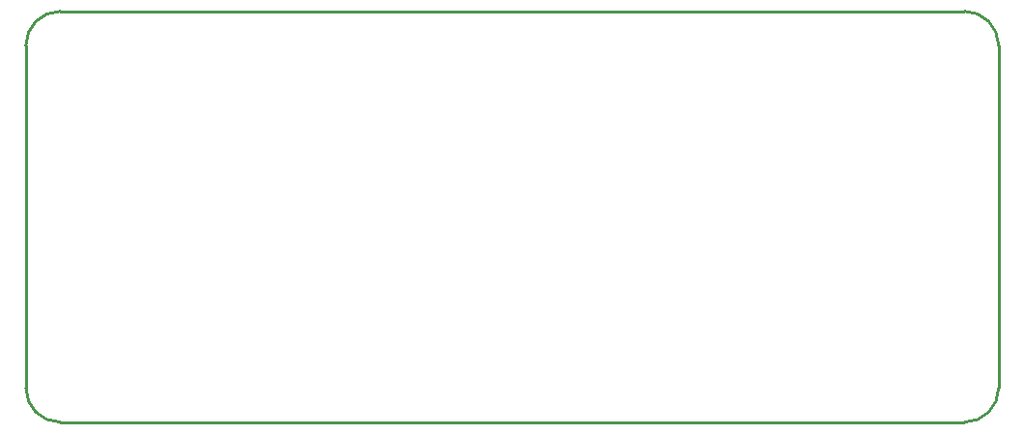
<source format=gko>
G04 ---------------------------- Layer name :KeepOutLayer *
G04 easyEDA 0.1*
G04 Scale: 100 percent, Rotated: No, Reflected: No *
G04 Dimensions in inches *
G04 leading zeros omitted , absolute positions ,2 integer and 4 * 
%FSLAX24Y24*%
%MOIN*%
G90*
G70D02*

%ADD10C,0.010000*%
G54D10*
G01X1181Y14150D02*
G01X32418Y14150D01*
G75*
G01X32418Y14150D02*
G02X33599Y12969I0J-1181D01*
G01*
G01X33599Y12969D02*
G01X33599Y1130D01*
G75*
G01X33599Y1130D02*
G02X32418Y-50I-1181J0D01*
G01*
G01X32418Y-50D02*
G01X1181Y-50D01*
G75*
G01X1181Y-50D02*
G02X0Y1130I0J1180D01*
G01*
G01X0Y1130D02*
G01X0Y12969D01*
G75*
G01X0Y12969D02*
G02X1181Y14150I1181J0D01*
G01*

%LPD*%

M00*
M02*
</source>
